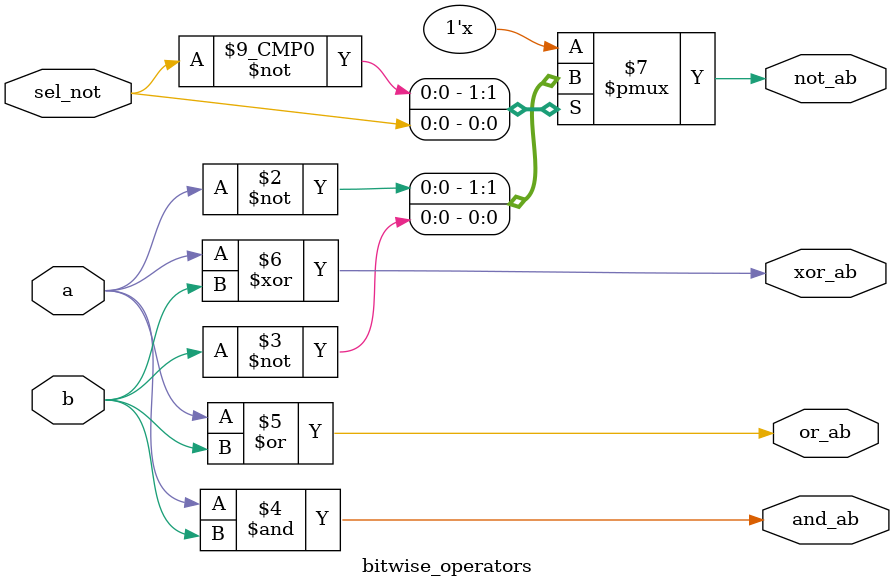
<source format=sv>
module bitwise_operators (
    input logic a, b,
    input logic sel_not,
    output logic not_ab, and_ab, or_ab, xor_ab
);

    always_comb begin
        // NOT
        case (sel_not)
            0: not_ab = ~a;
            1: not_ab = ~b;
        endcase
        // AND
        and_ab = a & b;
        // OR
        or_ab = a | b;
        // XOR
        xor_ab = a ^ b;
    end
    
endmodule
</source>
